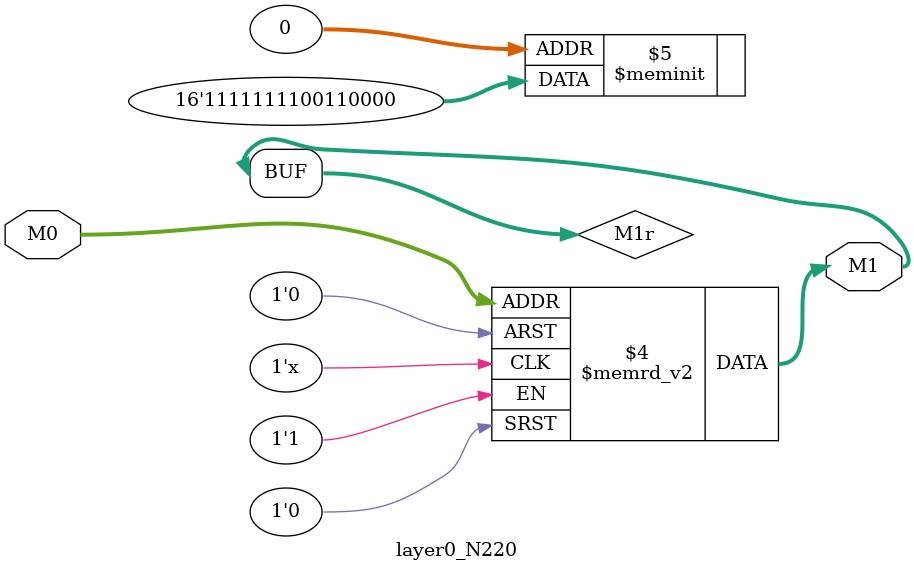
<source format=v>
module layer0_N220 ( input [2:0] M0, output [1:0] M1 );

	(*rom_style = "distributed" *) reg [1:0] M1r;
	assign M1 = M1r;
	always @ (M0) begin
		case (M0)
			3'b000: M1r = 2'b00;
			3'b100: M1r = 2'b11;
			3'b010: M1r = 2'b11;
			3'b110: M1r = 2'b11;
			3'b001: M1r = 2'b00;
			3'b101: M1r = 2'b11;
			3'b011: M1r = 2'b00;
			3'b111: M1r = 2'b11;

		endcase
	end
endmodule

</source>
